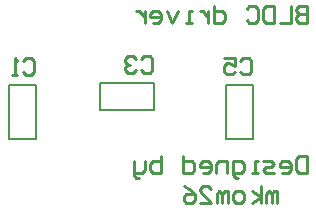
<source format=gbo>
G04 Layer_Color=32896*
%FSLAX24Y24*%
%MOIN*%
G70*
G01*
G75*
%ADD23C,0.0079*%
%ADD24C,0.0100*%
D23*
X3550Y5620D02*
X4450D01*
X3550Y7420D02*
X4450D01*
X3550Y5620D02*
Y7420D01*
X4450Y5620D02*
Y7420D01*
X6600Y6582D02*
Y7481D01*
X8400Y6582D02*
Y7481D01*
X6600D02*
X8400D01*
X6600Y6582D02*
X8400D01*
X10800Y5631D02*
X11700D01*
X10800Y7431D02*
X11700D01*
X10800Y5631D02*
Y7431D01*
X11700Y5631D02*
Y7431D01*
D24*
X11273Y8231D02*
X11365Y8322D01*
X11548D01*
X11640Y8231D01*
Y7863D01*
X11548Y7771D01*
X11365D01*
X11273Y7863D01*
X10722Y8322D02*
X11089D01*
Y8047D01*
X10905Y8139D01*
X10813D01*
X10722Y8047D01*
Y7863D01*
X10813Y7771D01*
X10997D01*
X11089Y7863D01*
X7973Y8281D02*
X8065Y8372D01*
X8248D01*
X8340Y8281D01*
Y7913D01*
X8248Y7821D01*
X8065D01*
X7973Y7913D01*
X7789Y8281D02*
X7697Y8372D01*
X7513D01*
X7422Y8281D01*
Y8189D01*
X7513Y8097D01*
X7605D01*
X7513D01*
X7422Y8005D01*
Y7913D01*
X7513Y7821D01*
X7697D01*
X7789Y7913D01*
X4023Y8221D02*
X4114Y8313D01*
X4298D01*
X4390Y8221D01*
Y7853D01*
X4298Y7761D01*
X4114D01*
X4023Y7853D01*
X3839Y7761D02*
X3655D01*
X3747D01*
Y8313D01*
X3839Y8221D01*
X13500Y5051D02*
Y4500D01*
X13225D01*
X13133Y4592D01*
Y4959D01*
X13225Y5051D01*
X13500D01*
X12673Y4500D02*
X12857D01*
X12949Y4592D01*
Y4775D01*
X12857Y4867D01*
X12673D01*
X12582Y4775D01*
Y4684D01*
X12949D01*
X12398Y4500D02*
X12122D01*
X12031Y4592D01*
X12122Y4684D01*
X12306D01*
X12398Y4775D01*
X12306Y4867D01*
X12031D01*
X11847Y4500D02*
X11663D01*
X11755D01*
Y4867D01*
X11847D01*
X11204Y4316D02*
X11112D01*
X11020Y4408D01*
Y4867D01*
X11296D01*
X11388Y4775D01*
Y4592D01*
X11296Y4500D01*
X11020D01*
X10837D02*
Y4867D01*
X10561D01*
X10469Y4775D01*
Y4500D01*
X10010D02*
X10194D01*
X10286Y4592D01*
Y4775D01*
X10194Y4867D01*
X10010D01*
X9918Y4775D01*
Y4684D01*
X10286D01*
X9367Y5051D02*
Y4500D01*
X9643D01*
X9735Y4592D01*
Y4775D01*
X9643Y4867D01*
X9367D01*
X8633Y5051D02*
Y4500D01*
X8357D01*
X8265Y4592D01*
Y4684D01*
Y4775D01*
X8357Y4867D01*
X8633D01*
X8082D02*
Y4592D01*
X7990Y4500D01*
X7714D01*
Y4408D01*
X7806Y4316D01*
X7898D01*
X7714Y4500D02*
Y4867D01*
X12500Y3500D02*
Y3867D01*
X12408D01*
X12316Y3776D01*
Y3500D01*
Y3776D01*
X12225Y3867D01*
X12133Y3776D01*
Y3500D01*
X11949D02*
Y4051D01*
Y3684D02*
X11674Y3867D01*
X11949Y3684D02*
X11674Y3500D01*
X11306D02*
X11122D01*
X11031Y3592D01*
Y3776D01*
X11122Y3867D01*
X11306D01*
X11398Y3776D01*
Y3592D01*
X11306Y3500D01*
X10847D02*
Y3867D01*
X10755D01*
X10663Y3776D01*
Y3500D01*
Y3776D01*
X10571Y3867D01*
X10480Y3776D01*
Y3500D01*
X9929D02*
X10296D01*
X9929Y3867D01*
Y3959D01*
X10020Y4051D01*
X10204D01*
X10296Y3959D01*
X9378Y4051D02*
X9561Y3959D01*
X9745Y3776D01*
Y3592D01*
X9653Y3500D01*
X9469D01*
X9378Y3592D01*
Y3684D01*
X9469Y3776D01*
X9745D01*
X13500Y10051D02*
Y9500D01*
X13225D01*
X13133Y9592D01*
Y9684D01*
X13225Y9776D01*
X13500D01*
X13225D01*
X13133Y9867D01*
Y9959D01*
X13225Y10051D01*
X13500D01*
X12949D02*
Y9500D01*
X12582D01*
X12398Y10051D02*
Y9500D01*
X12122D01*
X12031Y9592D01*
Y9959D01*
X12122Y10051D01*
X12398D01*
X11480Y9959D02*
X11571Y10051D01*
X11755D01*
X11847Y9959D01*
Y9592D01*
X11755Y9500D01*
X11571D01*
X11480Y9592D01*
X10378Y10051D02*
Y9500D01*
X10653D01*
X10745Y9592D01*
Y9776D01*
X10653Y9867D01*
X10378D01*
X10194D02*
Y9500D01*
Y9684D01*
X10102Y9776D01*
X10010Y9867D01*
X9918D01*
X9643Y9500D02*
X9459D01*
X9551D01*
Y9867D01*
X9643D01*
X9184D02*
X9000Y9500D01*
X8816Y9867D01*
X8357Y9500D02*
X8541D01*
X8633Y9592D01*
Y9776D01*
X8541Y9867D01*
X8357D01*
X8265Y9776D01*
Y9684D01*
X8633D01*
X8082Y9867D02*
Y9500D01*
Y9684D01*
X7990Y9776D01*
X7898Y9867D01*
X7806D01*
M02*

</source>
